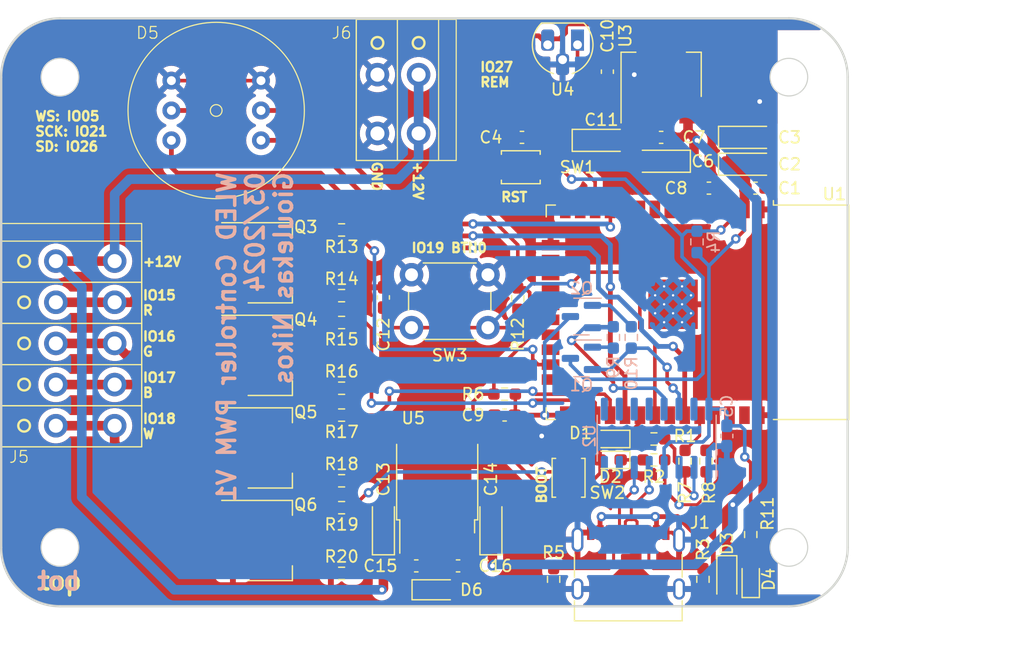
<source format=kicad_pcb>
(kicad_pcb (version 20221018) (generator pcbnew)
  (layers (0 "F.Cu" signal) (31 "B.Cu" signal) (34 "B.Paste" user) (35 "F.Paste" user) (36 "B.SilkS" user "B.Silkscreen") (37 "F.SilkS" user "F.Silkscreen") (38 "B.Mask" user) (39 "F.Mask" user) (44 "Edge.Cuts" user))
  (net 0 "")
  (net 1 "+3.3V")
  (net 2 "GND")
  (net 3 "ESP_EN")
  (net 4 "+5V")
  (net 5 "ESP_IO0")
  (net 6 "Net-(D1-K)")
  (net 7 "Net-(D2-K)")
  (net 8 "Net-(D3-A)")
  (net 9 "Net-(D4-A)")
  (net 10 "D+")
  (net 11 "D-")
  (net 12 "IO33")
  (net 13 "IO32")
  (net 14 "IO35")
  (net 15 "IO34")
  (net 16 "Net-(Q1-B)")
  (net 17 "~{RTS}")
  (net 18 "Net-(Q2-B)")
  (net 19 "~{DTR}")
  (net 20 "TX")
  (net 21 "RX")
  (net 22 "ESP_RX")
  (net 23 "ESP_TX")
  (net 24 "SENSE0")
  (net 33 "IO2_DONOTUSE")
  (net 42 "Button0")
  (net 43 "Net-(J1-CC1)")
  (net 45 "Net-(J1-CC2)")
  (net 47 "IO25")
  (net 48 "MIC_WS")
  (net 49 "IO14")
  (net 50 "IO12")
  (net 51 "IO13")
  (net 52 "IO4")
  (net 53 "MIC_SCK")
  (net 54 "MIC_SD")
  (net 55 "IO22")
  (net 56 "IO23")
  (net 57 "Net-(Q3-G)")
  (net 58 "Net-(J5-Pin_2)")
  (net 59 "Net-(Q4-G)")
  (net 60 "Net-(J5-Pin_3)")
  (net 61 "Net-(Q5-G)")
  (net 62 "Net-(J5-Pin_4)")
  (net 63 "Net-(Q6-G)")
  (net 64 "Net-(J5-Pin_5)")
  (net 65 "+12V")
  (net 66 "LED_R")
  (net 67 "LED_G")
  (net 68 "LED_B")
  (net 69 "LED_W")
  (footprint "Diode_SMD:D_SOD-323_HandSoldering" (layer "F.Cu") (at 36.957 -1.397)
    (fp_text reference "D6")
    (fp_text value "BAT60A")
  )
  (footprint "Resistor_SMD:R_0603_1608Metric_Pad0.98x0.95mm_HandSolder" (layer "F.Cu") (at 58.166 -12.3425 90)
    (fp_text reference "R7")
    (fp_text value "100R")
  )
  (footprint "Resistor_SMD:R_0603_1608Metric_Pad0.98x0.95mm_HandSolder" (layer "F.Cu") (at 55.5225 -12.446 180)
    (fp_text reference "R2")
    (fp_text value "1k")
  )
  (footprint "RF_Module:ESP32-WROOM-32" (layer "F.Cu") (at 56.239 -25 -90)
    (fp_text reference "U1")
    (fp_text value "ESP32-WROOM-32")
  )
  (footprint "GioN_Custom:WAGO_250-202_1x02_P3.50mm" (layer "F.Cu") (at 30.204 -37.912 180)
    (fp_text reference "J6")
    (fp_text value "Conn_01x02")
  )
  (footprint "Capacitor_Tantalum_SMD:CP_EIA-3216-18_Kemet-A_Pad1.58x1.35mm_HandSolder" (layer "F.Cu") (at 32.512 -6.858 90)
    (fp_text reference "C13")
    (fp_text value "10u")
  )
  (footprint "Resistor_SMD:R_0603_1608Metric_Pad0.98x0.95mm_HandSolder" (layer "F.Cu") (at 42.8195 -18.04)
    (fp_text reference "R6")
    (fp_text value "5k")
  )
  (footprint "GioN_Custom:WAGO_250-205_1x05_P3.50mm" (layer "F.Cu") (at 11.952 -13.552 -90)
    (fp_text reference "J5")
    (fp_text value "Conn_01x05")
  )
  (footprint "Resistor_SMD:R_0603_1608Metric_Pad0.98x0.95mm_HandSolder" (layer "F.Cu") (at 28.956 -26.416)
    (fp_text reference "R14")
    (fp_text value "10k")
  )
  (footprint "Capacitor_SMD:C_0603_1608Metric_Pad1.08x0.95mm_HandSolder" (layer "F.Cu") (at 32.512 -26.2625 -90)
    (fp_text reference "C12")
    (fp_text value "100n")
  )
  (footprint "Resistor_SMD:R_0603_1608Metric_Pad0.98x0.95mm_HandSolder" (layer "F.Cu") (at 55.5225 -14.224 180)
    (fp_text reference "R1")
    (fp_text value "1k")
  )
  (footprint "Package_TO_SOT_SMD:SOT-223-3_TabPin2" (layer "F.Cu") (at 56.134 -45.212 90)
    (fp_text reference "U3")
    (fp_text value "NCP1117-3.3")
  )
  (footprint "Capacitor_Tantalum_SMD:CP_EIA-3216-18_Kemet-A_Pad1.58x1.35mm_HandSolder" (layer "F.Cu") (at 41.656 -6.858 90)
    (fp_text reference "C14")
    (fp_text value "10u")
  )
  (footprint "Capacitor_Tantalum_SMD:CP_EIA-3216-18_Kemet-A_Pad1.58x1.35mm_HandSolder" (layer "F.Cu") (at 51.054 -39.624)
    (fp_text reference "C11")
    (fp_text value "10u")
  )
  (footprint "Capacitor_SMD:C_0603_1608Metric_Pad1.08x0.95mm_HandSolder" (layer "F.Cu") (at 51.562 -45.466 -90)
    (fp_text reference "C10")
    (fp_text value "100n")
  )
  (footprint "Package_TO_SOT_SMD:SOT-223" (layer "F.Cu") (at 22.86 -5.588)
    (fp_text reference "Q6")
    (fp_text value "IRFL4105PBF")
  )
  (footprint "Resistor_SMD:R_0603_1608Metric_Pad0.98x0.95mm_HandSolder" (layer "F.Cu") (at 43.942 -26.162 -90)
    (fp_text reference "R12")
    (fp_text value "10k")
  )
  (footprint "Capacitor_Tantalum_SMD:CP_EIA-3216-18_Kemet-A_Pad1.58x1.35mm_HandSolder" (layer "F.Cu") (at 63.5 -39.878)
    (fp_text reference "C3")
    (fp_text value "10u")
  )
  (footprint "Diode_SMD:D_SOD-323_HandSoldering" (layer "F.Cu") (at 61.722 -2.286 -90)
    (fp_text reference "D3")
    (fp_text value "BAT60A")
  )
  (footprint "Resistor_SMD:R_0603_1608Metric_Pad0.98x0.95mm_HandSolder" (layer "F.Cu") (at 46.99 -2.286 -90)
    (fp_text reference "R5")
    (fp_text value "5k1")
  )
  (footprint "Button_Switch_THT:SW_PUSH_6mm_H13mm" (layer "F.Cu") (at 34.902 -28.194)
    (fp_text reference "SW3")
    (fp_text value "SW_Push")
  )
  (footprint "LED_SMD:LED_0603_1608Metric_Pad1.05x0.95mm_HandSolder" (layer "F.Cu") (at 51.816 -12.446 180)
    (fp_text reference "D2")
    (fp_text value "LED")
  )
  (footprint "GioN_Custom:SW_SPST_B3U-1000P" (layer "F.Cu") (at 48.26 -10.922 90)
    (fp_text reference "SW2")
    (fp_text value "SW_BOOT")
  )
  (footprint "Capacitor_SMD:C_0603_1608Metric_Pad1.08x0.95mm_HandSolder" (layer "F.Cu") (at 44.2965 -39.878 180)
    (fp_text reference "C4")
    (fp_text value "100n")
  )
  (footprint "Capacitor_SMD:C_0603_1608Metric_Pad1.08x0.95mm_HandSolder" (layer "F.Cu") (at 38.862 -3.429 180)
    (fp_text reference "C16")
    (fp_text value "100n")
  )
  (footprint "Resistor_SMD:R_0603_1608Metric_Pad0.98x0.95mm_HandSolder" (layer "F.Cu") (at 28.956 -18.542)
    (fp_text reference "R16")
    (fp_text value "10k")
  )
  (footprint "Resistor_SMD:R_0603_1608Metric_Pad0.98x0.95mm_HandSolder" (layer "F.Cu") (at 28.956 -8.382 180)
    (fp_text reference "R19")
    (fp_text value "100R")
  )
  (footprint "Resistor_SMD:R_0603_1608Metric_Pad0.98x0.95mm_HandSolder" (layer "F.Cu") (at 59.69 -2.286 -90)
    (fp_text reference "R3")
    (fp_text value "5k1")
  )
  (footprint "LED_SMD:LED_0603_1608Metric_Pad1.05x0.95mm_HandSolder" (layer "F.Cu") (at 63.754 -2.399 90)
    (fp_text reference "D4")
    (fp_text value "LED")
  )
  (footprint "Package_TO_SOT_SMD:SOT-223" (layer "F.Cu") (at 22.86 -13.462)
    (fp_text reference "Q5")
    (fp_text value "IRFL4105PBF")
  )
  (footprint "Resistor_SMD:R_0603_1608Metric_Pad0.98x0.95mm_HandSolder" (layer "F.Cu") (at 28.956 -10.668)
    (fp_text reference "R18")
    (fp_text value "10k")
  )
  (footprint "Package_TO_SOT_SMD:TO-252-3_TabPin2" (layer "F.Cu") (at 37.085 -10.654 90)
    (fp_text reference "U5")
    (fp_text value "L7805")
  )
  (footprint "LED_SMD:LED_0603_1608Metric_Pad1.05x0.95mm_HandSolder" (layer "F.Cu") (at 51.816 -14.224 180)
    (fp_text reference "D1")
    (fp_text value "LED")
  )
  (footprint "Package_TO_SOT_THT:TO-92L_HandSolder" (layer "F.Cu") (at 49.022 -47.752 180)
    (fp_text reference "U4")
    (fp_text value "TSSP58P38")
  )
  (footprint "Capacitor_SMD:C_0603_1608Metric_Pad1.08x0.95mm_HandSolder" (layer "F.Cu") (at 42.8195 -16.262)
    (fp_text reference "C9")
    (fp_text value "100n")
  )
  (footprint "Capacitor_SMD:C_0603_1608Metric_Pad1.08x0.95mm_HandSolder" (layer "F.Cu") (at 56.134 -39.878 180)
    (fp_text reference "C7")
    (fp_text value "100n")
  )
  (footprint "GioN_Custom:USB_C" (layer "F.Cu") (at 53.34 -2.54)
    (fp_text reference "J1")
    (fp_text value "USB_C_Receptacle_USB2.0")
  )
  (footprint "Resistor_SMD:R_0603_1608Metric_Pad0.98x0.95mm_HandSolder" (layer "F.Cu") (at 28.956 -24.13 180)
    (fp_text reference "R15")
    (fp_text value "100R")
  )
  (footprint "Package_TO_SOT_SMD:SOT-223" (layer "F.Cu") (at 22.86 -29.21)
    (fp_text reference "Q3")
    (fp_text value "IRFL4105PBF")
  )
  (footprint "Capacitor_Tantalum_SMD:CP_EIA-3216-18_Kemet-A_Pad1.58x1.35mm_HandSolder" (layer "F.Cu") (at 56.134 -37.846 180)
    (fp_text reference "C6")
    (fp_text value "10u")
  )
  (footprint "Resistor_SMD:R_0603_1608Metric_Pad0.98x0.95mm_HandSolder" (layer "F.Cu") (at 59.944 -12.3425 90)
    (fp_text reference "R8")
    (fp_text value "100R")
  )
  (footprint "Capacitor_Tantalum_SMD:CP_EIA-3216-18_Kemet-A_Pad1.58x1.35mm_HandSolder" (layer "F.Cu") (at 63.5 -37.592)
    (fp_text reference "C2")
    (fp_text value "10u")
  )
  (footprint "Resistor_SMD:R_0603_1608Metric_Pad0.98x0.95mm_HandSolder" (layer "F.Cu") (at 28.956 -2.794)
    (fp_text reference "R20")
    (fp_text value "10k")
  )
  (footprint "Resistor_SMD:R_0603_1608Metric_Pad0.98x0.95mm_HandSolder" (layer "F.Cu") (at 63.754 -6.096 -90)
    (fp_text reference "R11")
    (fp_text value "220R")
  )
  (footprint "Capacitor_SMD:C_0603_1608Metric_Pad1.08x0.95mm_HandSolder" (layer "F.Cu") (at 64.1615 -35.56)
    (fp_text reference "C1")
    (fp_text value "100n")
  )
  (footprint "GioN_Custom:SW_SPST_B3U-1000P" (layer "F.Cu") (at 44.196 -37.338)
    (fp_text reference "SW1")
    (fp_text value "SW_RESET")
  )
  (footprint "Package_TO_SOT_SMD:SOT-223" (layer "F.Cu") (at 22.86 -21.336)
    (fp_text reference "Q4")
    (fp_text value "IRFL4105PBF")
  )
  (footprint "Resistor_SMD:R_0603_1608Metric_Pad0.98x0.95mm_HandSolder" (layer "F.Cu") (at 28.956 -32.004 180)
    (fp_text reference "R13")
    (fp_text value "100R")
  )
  (footprint "Capacitor_SMD:C_0603_1608Metric_Pad1.08x0.95mm_HandSolder" (layer "F.Cu") (at 60.198 -35.56)
    (fp_text reference "C8")
    (fp_text value "100n")
  )
  (footprint "GioN_Custom:INMP441_Module" (layer "F.Cu") (at 18.288 -42.164)
    (fp_text reference "D5")
    (fp_text value "INMP441")
  )
  (footprint "Resistor_SMD:R_0603_1608Metric_Pad0.98x0.95mm_HandSolder" (layer "F.Cu") (at 28.956 -16.256 180)
    (fp_text reference "R17")
    (fp_text value "100R")
  )
  (footprint "Capacitor_SMD:C_0603_1608Metric_Pad1.08x0.95mm_HandSolder" (layer "F.Cu") (at 35.306 -3.429)
    (fp_text reference "C15")
    (fp_text value "100n")
  )
  (footprint "Resistor_SMD:R_0603_1608Metric_Pad0.98x0.95mm_HandSolder" (layer "B.Cu") (at 52.07 -22.86 -90)
    (fp_text reference "R9")
    (fp_text value "10k")
  )
  (footprint "Package_SO:SOIC-16_3.9x9.9mm_P1.27mm" (layer "B.Cu") (at 55.753 -14.289 90)
    (fp_text reference "U2")
    (fp_text value "CH340C")
  )
  (footprint "Package_TO_SOT_SMD:SOT-23" (layer "B.Cu") (at 49.3545 -21.082 180)
    (fp_text reference "Q1")
    (fp_text value "BC847")
  )
  (footprint "Resistor_SMD:R_0603_1608Metric_Pad0.98x0.95mm_HandSolder" (layer "B.Cu") (at 53.594 -22.86 90)
    (fp_text reference "R10")
    (fp_text value "10k")
  )
  (footprint "Package_TO_SOT_SMD:SOT-23" (layer "B.Cu") (at 49.3545 -24.638 180)
    (fp_text reference "Q2")
    (fp_text value "BC847")
  )
  (footprint "Capacitor_SMD:C_0603_1608Metric_Pad1.08x0.95mm_HandSolder" (layer "B.Cu") (at 61.722 -14.478 -90)
    (fp_text reference "C5")
    (fp_text value "100n")
  )
  (footprint "Resistor_SMD:R_0603_1608Metric_Pad0.98x0.95mm_HandSolder" (layer "B.Cu") (at 59.182 -30.988 90)
    (fp_text reference "R4")
    (fp_text value "10k")
  )
  (gr_line (start 72 -5) (end 72 -45) (stroke (width 0.2)) (layer "Edge.Cuts"))
  (gr_circle (center 67 -5) (end 68.6 -5) (stroke (width 0.1)) (fill none) (layer "Edge.Cuts"))
  (gr_circle (center 5 -5) (end 6.6 -5) (stroke (width 0.1)) (fill none) (layer "Edge.Cuts"))
  (gr_line (start 67 -50) (end 5 -50) (stroke (width 0.2)) (layer "Edge.Cuts"))
  (gr_circle (center 67 -45) (end 68.6 -45) (stroke (width 0.1)) (fill none) (layer "Edge.Cuts"))
  (gr_arc (start 72 -5) (mid 70.535533 -1.464468) (end 67 0) (stroke (width 0.2)) (layer "Edge.Cuts"))
  (gr_arc (start 0 -45) (mid 1.464466 -48.535533) (end 5 -50) (stroke (width 0.2)) (layer "Edge.Cuts"))
  (gr_line (start 0 -45) (end 0 -5) (stroke (width 0.2)) (layer "Edge.Cuts"))
  (gr_line (start 5 0) (end 67 0) (stroke (width 0.2)) (layer "Edge.Cuts"))
  (gr_arc (start 67 -50) (mid 70.535533 -48.535533) (end 72 -45) (stroke (width 0.2)) (layer "Edge.Cuts"))
  (gr_circle (center 5 -45) (end 6.6 -45) (stroke (width 0.1)) (fill none) (layer "Edge.Cuts"))
  (gr_arc (start 5 0) (mid 1.464467 -1.464466) (end 0 -5) (stroke (width 0.2)) (layer "Edge.Cuts"))
  (gr_text "WLED Controller PWM V1\n03/2024\nGioulekas Nikos" (at 24.892 -37.084 90) (layer "B.SilkS") (effects (font (size 1.5 1.5) (thickness 0.3) bold) (justify left bottom mirror)))
  (gr_text "bot" (at 6.858 -1.27) (layer "B.SilkS") (effects (font (size 1.5 1.5) (thickness 0.3) bold) (justify left bottom mirror)))
  (gr_text "+12V" (at 35.454 -37.912 -90) (layer "F.SilkS") (effects (font (size 0.8 0.8) (thickness 0.2) bold) (justify left)))
  (gr_text "BOOT" (at 45.974 -8.636 90) (layer "F.SilkS") (effects (font (size 0.8 0.8) (thickness 0.2) bold) (justify left)))
  (gr_text "top" (at 3.048 -1.27) (layer "F.SilkS") (effects (font (size 1.5 1.5) (thickness 0.3) bold) (justify left bottom)))
  (gr_text "IO17\nB" (at 11.952 -18.802) (layer "F.SilkS") (effects (font (size 0.8 0.8) (thickness 0.2) bold) (justify left)))
  (gr_text "IO15\nR" (at 11.952 -25.802) (layer "F.SilkS") (effects (font (size 0.8 0.8) (thickness 0.2) bold) (justify left)))
  (gr_text "+12V" (at 11.952 -29.302) (layer "F.SilkS") (effects (font (size 0.8 0.8) (thickness 0.2) bold) (justify left)))
  (gr_text "RST" (at 42.418 -34.798) (layer "F.SilkS") (effects (font (size 0.8 0.8) (thickness 0.2) bold) (justify left)))
  (gr_text "IO27\nREM" (at 40.64 -45.212) (layer "F.SilkS") (effects (font (size 0.8 0.8) (thickness 0.2) bold) (justify left)))
  (gr_text "WS: IO05\nSCK: IO21\nSD: IO26 " (at 2.794 -40.386) (layer "F.SilkS") (effects (font (size 0.8 0.8) (thickness 0.2) bold) (justify left)))
  (gr_text "IO18\nW" (at 11.952 -15.302) (layer "F.SilkS") (effects (font (size 0.8 0.8) (thickness 0.2) bold) (justify left)))
  (gr_text "IO19 BTN0" (at 34.798 -30.48) (layer "F.SilkS") (effects (font (size 0.8 0.8) (thickness 0.2) bold) (justify left)))
  (gr_text "IO16\nG" (at 11.952 -22.302) (layer "F.SilkS") (effects (font (size 0.8 0.8) (thickness 0.2) bold) (justify left)))
  (gr_text "GND" (at 31.954 -37.912 -90) (layer "F.SilkS") (effects (font (size 0.8 0.8) (thickness 0.2) bold) (justify left)))
  (segment (start 61.214 -45.212) (end 56.134 -45.212) (width 0.8128) (layer "F.Cu") (net 1))
  (segment (start 39.37 -48.514) (end 45.72 -48.514) (width 0.4064) (layer "F.Cu") (net 1))
  (segment (start 63.754 -12.192) (end 63.246 -12.7) (width 0.3048) (layer "F.Cu") (net 1))
  (segment (start 50.941 -14.224) (end 50.941 -12.446) (width 0.3048) (layer "F.Cu") (net 1))
  (segment (start 50.941 -12.446) (end 50.941 -11.317) (width 0.3048) (layer "F.Cu") (net 1))
  (segment (start 43.942 -27.0745) (end 44.5535 -27.0745) (width 0.3048) (layer "F.Cu") (net 1))
  (segment (start 48.1436 -49.53) (end 51.258 -49.53) (width 0.4064) (layer "F.Cu") (net 1))
  (segment (start 30.988 -48.514) (end 39.37 -48.514) (width 0.4064) (layer "F.Cu") (net 1))
  (segment (start 24.638 -42.164) (end 30.988 -48.514) (width 0.4064) (layer "F.Cu") (net 1))
  (segment (start 44.958 -26.67) (end 44.958 -22.86) (width 0.3048) (layer "F.Cu") (net 1))
  (segment (start 44.958 -22.86) (end 41.907 -19.809) (width 0.3048) (layer "F.Cu") (net 1))
  (segment (start 46.99 -48.26) (end 47.498 -48.26) (width 0.4064) (layer "F.Cu") (net 1))
  (segment (start 51.562 -46.3285) (end 51.562 -47.498) (width 0.8128) (layer "F.Cu") (net 1))
  (segment (start 48.006 -49.3924) (end 48.1436 -49.53) (width 0.4064) (layer "F.Cu") (net 1))
  (segment (start 63.754 -7.0085) (end 63.754 -12.192) (width 0.3048) (layer "F.Cu") (net 1))
  (segment (start 56.134 -45.212) (end 56.134 -42.062) (width 0.8128) (layer "F.Cu") (net 1))
  (segment (start 22.098 -42.164) (end 24.638 -42.164) (width 0.4064) (layer "F.Cu") (net 1))
  (segment (start 63.219 -33.75) (end 63.219 -35.48) (width 0.8128) (layer "F.Cu") (net 1))
  (segment (start 48.006 -48.768) (end 48.006 -49.3924) (width 0.4064) (layer "F.Cu") (net 1))
  (segment (start 50.1385 -46.3285) (end 51.562 -46.3285) (width 0.8128) (layer "F.Cu") (net 1))
  (segment (start 63.299 -35.56) (end 63.299 -36.3555) (width 0.8128) (layer "F.Cu") (net 1))
  (segment (start 41.907 -19.809) (end 41.907 -18.04) (width 0.3048) (layer "F.Cu") (net 1))
  (segment (start 50.038 -41.341964) (end 50.038 -46.228) (width 0.8128) (layer "F.Cu") (net 1))
  (segment (start 43.942 -27.0745) (end 43.942 -30.734) (width 0.3048) (layer "F.Cu") (net 1))
  (segment (start 44.5535 -27.0745) (end 44.958 -26.67) (width 0.3048) (layer "F.Cu") (net 1))
  (segment (start 47.498 -48.26) (end 48.006 -48.768) (width 0.4064) (layer "F.Cu") (net 1))
  (segment (start 63.299 -36.3555) (end 62.0625 -37.592) (width 0.8128) (layer "F.Cu") (net 1))
  (segment (start 52.426 -48.362) (end 56.134 -48.362) (width 0.8128) (layer "F.Cu") (net 1))
  (segment (start 63.219 -35.48) (end 63.299 -35.56) (width 0.8128) (layer "F.Cu") (net 1))
  (segment (start 62.0625 -44.3635) (end 61.214 -45.212) (width 0.8128) (layer "F.Cu") (net 1))
  (segment (start 62.0625 -39.878) (end 62.0625 -44.3635) (width 0.8128) (layer "F.Cu") (net 1))
  (segment (start 50.038 -46.228) (end 50.1385 -46.3285) (width 0.8128) (layer "F.Cu") (net 1))
  (segment (start 43.942 -30.734) (end 39.37 -35.306) (width 0.3048) (layer "F.Cu") (net 1))
  (segment (start 45.339 -10.668) (end 40.132 -15.875) (width 0.3048) (layer "F.Cu") (net 1))
  (segment (start 40.132 -15.875) (end 40.132 -17.3845) (width 0.3048) (layer "F.Cu") (net 1))
  (segment (start 50.941 -11.317) (end 50.292 -10.668) (width 0.3048) (layer "F.Cu") (net 1))
  (segment (start 56.134 -48.362) (end 56.134 -45.212) (width 0.8128) (layer "F.Cu") (net 1))
  (segment (start 49.6165 -39.624) (end 49.6165 -40.920464) (width 0.8128) (layer "F.Cu") (net 1))
  (segment (start 50.292 -10.668) (end 45.339 -10.668) (width 0.3048) (layer "F.Cu") (net 1))
  (segment (start 40.7875 -18.04) (end 41.907 -18.04) (width 0.3048) (layer "F.Cu") (net 1))
  (segment (start 39.37 -35.306) (end 39.37 -48.514) (width 0.3048) (layer "F.Cu") (net 1))
  (segment (start 63.219 -31.977) (end 63.219 -33.75) (width 0.3048) (layer "F.Cu") (net 1))
  (segment (start 51.562 -47.498) (end 52.426 -48.362) (width 0.8128) (layer "F.Cu") (net 1))
  (segment (start 51.258 -49.53) (end 52.426 -48.362) (width 0.4064) (layer "F.Cu") (net 1))
  (segment (start 62.0625 -37.592) (end 62.0625 -39.878) (width 0.8128) (layer "F.Cu") (net 1))
  (segment (start 40.132 -17.3845) (end 40.7875 -18.04) (width 0.3048) (layer "F.Cu") (net 1))
  (segment (start 46.482 -47.752) (end 46.99 -48.26) (width 0.4064) (layer "F.Cu") (net 1))
  (segment (start 62.484 -31.242) (end 63.219 -31.977) (width 0.3048) (layer "F.Cu") (net 1))
  (segment (start 45.72 -48.514) (end 46.482 -47.752) (width 0.4064) (layer "F.Cu") (net 1))
  (segment (start 49.6165 -40.920464) (end 50.038 -41.341964) (width 0.8128) (layer "F.Cu") (net 1))
  (via (at 62.484 -31.242) (size 0.8) (drill 0.4) (layers "F.Cu" "B.Cu") (net 1))
  (via (at 63.246 -12.7) (size 0.8) (drill 0.4) (layers "F.Cu" "B.Cu") (net 1))
  (segment (start 61.722 -15.3405) (end 61.722 -16.51) (width 0.3048) (layer "B.Cu") (net 1))
  (segment (start 62.8915 -15.3405) (end 61.722 -15.3405) (width 0.3048) (layer "B.Cu") (net 1))
  (segment (start 60.198 -16.764) (end 60.198 -28.956) (width 0.3048) (layer "B.Cu") (net 1))
  (segment (start 56.388 -13.462) (end 56.896 -13.97) (width 0.3048) (layer "B.Cu") (net 1))
  (segment (start 59.182 -29.972) (end 60.198 -28.956) (width 0.3048) (layer "B.Cu") (net 1))
  (segment (start 61.468 -16.764) (end 60.198 -16.764) (width 0.3048) (layer "B.Cu") (net 1))
  (segment (start 59.182 -30.0755) (end 59.182 -29.972) (width 0.3048) (layer "B.Cu") (net 1))
  (segment (start 63.246 -12.7) (end 63.246 -14.986) (width 0.3048) (layer "B.Cu") (net 1))
  (segment (start 63.246 -14.986) (end 62.8915 -15.3405) (width 0.3048) (layer "B.Cu") (net 1))
  (segment (start 60.198 -14.478) (end 60.198 -16.764) (width 0.3048) (layer "B.Cu") (net 1))
  (segment (start 61.722 -16.51) (end 61.468 -16.764) (width 0.3048) (layer "B.Cu") (net 1))
  (segment (start 59.69 -13.97) (end 60.198 -14.478) (width 0.3048) (layer "B.Cu") (net 1))
  (segment (start 60.198 -28.956) (end 62.484 -31.242) (width 0.3048) (layer "B.Cu") (net 1))
  (segment (start 56.388 -11.814) (end 56.388 -13.462) (width 0.3048) (layer "B.Cu") (net 1))
  (segment (start 56.896 -13.97) (end 59.69 -13.97) (width 0.3048) (layer "B.Cu") (net 1))
  (segment (start 45.466 -14.986) (end 45.974 -14.478) (width 0.3048) (layer "F.Cu") (net 2))
  (segment (start 64.9375 -39.878) (end 64.9375 -42.5045) (width 0.3048) (layer "F.Cu") (net 2))
  (segment (start 37.085 -3.557) (end 37.085 -5.614) (width 0.4064) (layer "F.Cu") (net 2))
  (segment (start 14.478 -44.704) (end 22.098 -44.704) (width 0.3048) (layer "F.Cu") (net 2))
  (segment (start 42.164 -14.986) (end 44.958 -14.986) (width 0.3048) (layer "F.Cu") (net 2))
  (segment (start 57.06 -6.265) (end 57.66 -5.665) (width 0.3048) (layer "F.Cu") (net 2))
  (segment (start 56.54 -6.265) (end 57.06 -6.265) (width 0.3048) (layer "F.Cu") (net 2))
  (segment (start 44.958 -14.986) (end 45.466 -14.986) (width 0.3048) (layer "F.Cu") (net 2))
  (segment (start 51.562 -44.6035) (end 53.2395 -44.6035) (width 0.3048) (layer "F.Cu") (net 2))
  (segment (start 53.2395 -44.6035) (end 53.848 -45.212) (width 0.3048) (layer "F.Cu") (net 2))
  (segment (start 36.957 -3.429) (end 37.9995 -3.429) (width 0.4064) (layer "F.Cu") (net 2))
  (segment (start 36.1685 -3.429) (end 36.957 -3.429) (width 0.4064) (layer "F.Cu") (net 2))
  (segment (start 41.957 -16.262) (end 41.957 -15.193) (width 0.3048) (layer "F.Cu") (net 2))
  (segment (start 36.957 -3.429) (end 37.085 -3.557) (width 0.4064) (layer "F.Cu") (net 2))
  (segment (start 41.957 -15.193) (end 42.164 -14.986) (width 0.3048) (layer "F.Cu") (net 2))
  (segment (start 64.9375 -42.5045) (end 64.516 -42.926) (width 0.3048) (layer "F.Cu") (net 2))
  (via (at 64.516 -42.926) (size 0.8) (drill 0.4) (layers "F.Cu" "B.Cu") (net 2))
  (via (at 53.848 -45.212) (size 0.8) (drill 0.4) (layers "F.Cu" "B.Cu") (net 2))
  (via (at 45.974 -14.478) (size 0.8) (drill 0.4) (layers "F.Cu" "B.Cu") (net 2))
  (segment (start 46.4085 -37.338) (end 47.498 -37.338) (width 0.3048) (layer "F.Cu") (net 3))
  (segment (start 61.949 -34.6715) (end 61.949 -33.75) (width 0.3048) (layer "F.Cu") (net 3))
  (segment (start 45.159 -39.878) (end 45.159 -38.5875) (width 0.3048) (layer "F.Cu") (net 3))
  (segment (start 61.0605 -35.56) (end 61.949 -34.6715) (width 0.3048) (layer "F.Cu") (net 3))
  (segment (start 45.159 -38.5875) (end 46.4085 -37.338) (width 0.3048) (layer "F.Cu") (net 3))
  (segment (start 61.214 -32.004) (end 61.949 -32.739) (width 0.3048) (layer "F.Cu") (net 3))
  (segment (start 61.949 -32.739) (end 61.949 -33.75) (width 0.3048) (layer "F.Cu") (net 3))
  (segment (start 47.498 -37.338) (end 48.514 -36.322) (width 0.3048) (layer "F.Cu") (net 3))
  (via (at 61.214 -32.004) (size 0.8) (drill 0.4) (layers "F.Cu" "B.Cu") (net 3))
  (via (at 48.514 -36.322) (size 0.8) (drill 0.4) (layers "F.Cu" "B.Cu") (net 3))
  (segment (start 59.69 -19.812) (end 59.69 -27.94) (width 0.3048) (layer "B.Cu") (net 3))
  (segment (start 48.417 -20.554842) (end 49.667842 -19.304) (width 0.3048) (layer "B.Cu") (net 3))
  (segment (start 48.417 -21.082) (end 48.417 -20.554842) (width 0.3048) (layer "B.Cu") (net 3))
  (segment (start 48.514 -36.322) (end 53.086 -36.322) (width 0.3048) (layer "B.Cu") (net 3))
  (segment (start 61.1105 -31.9005) (end 61.214 -32.004) (width 0.3048) (layer "B.Cu") (net 3))
  (segment (start 59.182 -31.9005) (end 61.1105 -31.9005) (width 0.3048) (layer "B.Cu") (net 3))
  (segment (start 57.912 -31.496) (end 58.3165 -31.9005) (width 0.3048) (layer "B.Cu") (net 3))
  (segment (start 49.667842 -19.304) (end 59.182 -19.304) (width 0.3048) (layer "B.Cu") (net 3))
  (segment (start 58.3165 -31.9005) (end 59.182 -31.9005) (width 0.3048) (layer "B.Cu") (net 3))
  (segment (start 59.69 -27.94) (end 57.912 -29.718) (width 0.3048) (layer "B.Cu") (net 3))
  (segment (start 59.182 -19.304) (end 59.69 -19.812) (width 0.3048) (layer "B.Cu") (net 3))
  (segment (start 53.086 -36.322) (end 57.912 -31.496) (width 0.3048) (layer "B.Cu") (net 3))
  (segment (start 57.912 -29.718) (end 57.912 -31.496) (width 0.3048) (layer "B.Cu") (net 3))
  (segment (start 58.42 -42.048) (end 58.434 -42.062) (width 0.8128) (layer "F.Cu") (net 4))
  (segment (start 58.42 -40.386) (end 58.42 -42.048) (width 0.8128) (layer "F.Cu") (net 4))
  (segment (start 56.9965 -39.878) (end 57.912 -39.878) (width 0.8128) (layer "F.Cu") (net 4))
  (segment (start 61.722 -3.536) (end 61.722 -8.128) (width 0.8128) (layer "F.Cu") (net 4))
  (segment (start 38.207 -1.397) (end 38.207 -1.9115) (width 0.3048) (layer "F.Cu") (net 4))
  (segment (start 57.5715 -37.846) (end 58.674 -37.846) (width 0.8128) (layer "F.Cu") (net 4))
  (segment (start 39.5585 -5.4205) (end 39.365 -5.614) (width 0.8128) (layer "F.Cu") (net 4))
  (segment (start 58.928 -39.37) (end 59.182 -39.624) (width 0.8128) (layer "F.Cu") (net 4))
  (segment (start 59.182 -39.624) (end 58.42 -40.386) (width 0.8128) (layer "F.Cu") (net 4))
  (segment (start 57.912 -39.878) (end 58.42 -40.386) (width 0.8128) (layer "F.Cu") (net 4))
  (segment (start 38.207 -1.9115) (end 39.7245 -3.429) (width 0.3048) (layer "F.Cu") (net 4))
  (segment (start 41.783 -3.429) (end 41.783 -5.2935) (width 0.8128) (layer "F.Cu") (net 4))
  (segment (start 58.928 -38.1) (end 58.928 -39.37) (width 0.8128) (layer "F.Cu") (net 4))
  (segment (start 39.7245 -5.2545) (end 39.365 -5.614) (width 0.3048) (layer "F.Cu") (net 4))
  (segment (start 41.783 -5.2935) (end 41.656 -5.4205) (width 0.8128) (layer "F.Cu") (net 4))
  (segment (start 39.7245 -3.429) (end 39.7245 -5.2545) (width 0.3048) (layer "F.Cu") (net 4))
  (segment (start 41.656 -5.4205) (end 39.5585 -5.4205) (width 0.8128) (layer "F.Cu") (net 4))
  (segment (start 61.722 -8.128) (end 62.23 -8.636) (width 0.8128) (layer "F.Cu") (net 4))
  (segment (start 58.674 -37.846) (end 58.928 -38.1) (width 0.8128) (layer "F.Cu") (net 4))
  (via (at 41.783 -3.429) (size 0.8) (drill 0.4) (layers "F.Cu" "B.Cu") (net 4))
  (via (at 62.23 -8.636) (size 0.8) (drill 0.4) (layers "F.Cu" "B.Cu") (net 4))
  (via (at 59.182 -39.624) (size 0.8) (drill 0.4) (layers "F.Cu" "B.Cu") (net 4))
  (segment (start 62.23 -8.636) (end 62.23 -6.731) (width 0.8128) (layer "B.Cu") (net 4))
  (segment (start 64.262 -10.668) (end 64.262 -34.544) (width 0.8128) (layer "B.Cu") (net 4))
  (segment (start 41.91 -3.556) (end 41.783 -3.429) (width 0.8128) (layer "B.Cu") (net 4))
  (segment (start 62.23 -8.636) (end 64.262 -10.668) (width 0.8128) (layer "B.Cu") (net 4))
  (segment (start 59.055 -3.556) (end 41.91 -3.556) (width 0.8128) (layer "B.Cu") (net 4))
  (segment (start 64.262 -34.544) (end 59.182 -39.624) (width 0.8128) (layer "B.Cu") (net 4))
  (segment (start 62.23 -6.731) (end 59.055 -3.556) (width 0.8128) (layer "B.Cu") (net 4))
  (segment (start 43.732 -18.04) (end 43.732 -16.312) (width 0.3048) (layer "F.Cu") (net 5))
  (segment (start 48.26 -13.6425) (end 48.26 -14.478) (width 0.4064) (layer "F.Cu") (net 5))
  (segment (start 46.228 -16.25) (end 43.694 -16.25) (width 0.4064) (layer "F.Cu") (net 5))
  (segment (start 48.26 -14.478) (end 47.979 -14.759) (width 0.4064) (layer "F.Cu") (net 5))
  (segment (start 47.979 -14.759) (end 47.979 -16.25) (width 0.4064) (layer "F.Cu") (net 5))
  (segment (start 47.979 -16.25) (end 46.228 -16.25) (width 0.4064) (layer "F.Cu") (net 5))
  (segment (start 43.694 -16.25) (end 43.682 -16.262) (width 0.4064) (layer "F.Cu") (net 5))
  (segment (start 43.688 -16.256) (end 43.682 -16.262) (width 0.4064) (layer "F.Cu") (net 5))
  (segment (start 43.732 -16.312) (end 43.682 -16.262) (width 0.3048) (layer "F.Cu") (net 5))
  (via (at 46.228 -16.25) (size 0.8) (drill 0.4) (layers "F.Cu" "B.Cu") (net 5))
  (segment (start 46.228 -22.449) (end 46.228 -16.25) (width 0.3048) (layer "B.Cu") (net 5))
  (segment (start 48.417 -24.638) (end 46.228 -22.449) (width 0.3048) (layer "B.Cu") (net 5))
  (segment (start 52.691 -14.224) (end 54.61 -14.224) (width 0.3048) (layer "F.Cu") (net 6))
  (segment (start 52.691 -12.446) (end 54.61 -12.446) (width 0.3048) (layer "F.Cu") (net 7))
  (segment (start 50.94 -7.506) (end 51.054 -7.62) (width 0.4064) (layer "F.Cu") (net 8))
  (segment (start 55.626 -7.62) (end 55.74 -7.506) (width 0.4064) (layer "F.Cu") (net 8))
  (segment (start 61.722 -1.6402) (end 61.722 -1.036) (width 0.4064) (layer "F.Cu") (net 8))
  (segment (start 60.5682 -4.584118) (end 60.5682 -2.794) (width 0.4064) (layer "F.Cu") (net 8))
  (segment (start 57.532318 -7.62) (end 60.5682 -4.584118) (width 0.4064) (layer "F.Cu") (net 8))
  (segment (start 55.74 -7.506) (end 55.74 -6.265) (width 0.4064) (layer "F.Cu") (net 8))
  (segment (start 50.94 -6.265) (end 50.94 -7.506) (width 0.4064) (layer "F.Cu") (net 8))
  (segment (start 55.626 -7.62) (end 57.532318 -7.62) (width 0.4064) (layer "F.Cu") (net 8))
  (segment (start 60.5682 -2.794) (end 61.722 -1.6402) (width 0.4064) (layer "F.Cu") (net 8))
  (via (at 51.054 -7.62) (size 0.8) (drill 0.4) (layers "F.Cu" "B.Cu") (net 8))
  (via (at 55.626 -7.62) (size 0.8) (drill 0.4) (layers "F.Cu" "B.Cu") (net 8))
  (segment (start 51.054 -7.62) (end 55.626 -7.62) (width 0.4064) (layer "B.Cu") (net 8))
  (segment (start 63.754 -3.274) (end 63.754 -5.1835) (width 0.3048) (layer "F.Cu") (net 9))
  (segment (start 53.913 -7.366) (end 54.09 -7.189) (width 0.254) (layer "F.Cu") (net 10))
  (segment (start 54.09 -7.189) (end 54.09 -6.265) (width 0.254) (layer "F.Cu") (net 10))
  (segment (start 53.09 -7.189) (end 53.267 -7.366) (width 0.254) (layer "F.Cu") (net 10))
  (segment (start 53.594 -7.366) (end 53.913 -7.366) (width 0.254) (layer "F.Cu") (net 10))
  (segment (start 53.267 -7.366) (end 53.594 -7.366) (width 0.254) (layer "F.Cu") (net 10))
  (segment (start 53.594 -8.382) (end 55.118 -9.906) (width 0.254) (layer "F.Cu") (net 10))
  (segment (start 53.594 -7.366) (end 53.594 -8.382) (width 0.254) (layer "F.Cu") (net 10))
  (segment (start 53.09 -6.265) (end 53.09 -7.189) (width 0.254) (layer "F.Cu") (net 10))
  (via (at 55.118 -9.906) (size 0.8) (drill 0.4) (layers "F.Cu" "B.Cu") (net 10))
  (segment (start 55.118 -9.906) (end 55.118 -11.814) (width 0.254) (layer "B.Cu") (net 10))
  (segment (start 53.34 -5.08) (end 53.59 -5.33) (width 0.254) (layer "F.Cu") (net 11))
  (segment (start 52.59 -6.265) (end 52.59 -5.341) (width 0.254) (layer "F.Cu") (net 11))
  (segment (start 52.832 -5.099) (end 52.832 -5.08) (width 0.254) (layer "F.Cu") (net 11))
  (segment (start 52.59 -5.341) (end 52.832 -5.099) (width 0.254) (layer "F.Cu") (net 11))
  (segment (start 53.59 -5.33) (end 53.59 -6.265) (width 0.254) (layer "F.Cu") (net 11))
  (segment (start 52.59 -6.265) (end 52.59 -8.648) (width 0.254) (layer "F.Cu") (net 11))
  (segment (start 52.832 -5.08) (end 53.34 -5.08) (width 0.254) (layer "F.Cu") (net 11))
  (segment (start 52.59 -8.648) (end 53.848 -9.906) (width 0.254) (layer "F.Cu") (net 11))
  (via (at 53.848 -9.906) (size 0.8) (drill 0.4) (layers "F.Cu" "B.Cu") (net 11))
  (segment (start 53.848 -9.906) (end 53.848 -11.814) (width 0.254) (layer "B.Cu") (net 11))
  (segment (start 51.9855 -22.032) (end 52.07 -21.9475) (width 0.3048) (layer "B.Cu") (net 16))
  (segment (start 50.292 -22.032) (end 51.9855 -22.032) (width 0.3048) (layer "B.Cu") (net 16))
  (segment (start 56.642 -20.32) (end 56.642 -19.0596) (width 0.3048) (layer "F.Cu") (net 17))
  (segment (start 56.642 -19.0596) (end 57.15 -18.5516) (width 0.3048) (layer "F.Cu") (net 17))
  (via (at 57.15 -18.5516) (size 0.8) (drill 0.4) (layers "F.Cu" "B.Cu") (net 17))
  (via (at 56.642 -20.32) (size 0.8) (drill 0.4) (layers "F.Cu" "B.Cu") (net 17))
  (segment (start 53.594 -21.9475) (end 51.7785 -20.132) (width 0.3048) (layer "B.Cu") (net 17))
  (segment (start 57.658 -18.0436) (end 57.15 -18.5516) (width 0.3048) (layer "B.Cu") (net 17))
  (segment (start 55.0145 -21.9475) (end 56.642 -20.32) (width 0.3048) (layer "B.Cu") (net 17))
  (segment (start 51.7785 -20.132) (end 50.292 -20.132) (width 0.3048) (layer "B.Cu") (net 17))
  (segment (start 53.594 -21.9475) (end 55.0145 -21.9475) (width 0.3048) (layer "B.Cu") (net 17))
  (segment (start 57.658 -16.764) (end 57.658 -18.0436) (width 0.3048) (layer "B.Cu") (net 17))
  (segment (start 51.7785 -25.588) (end 50.292 -25.588) (width 0.3048) (layer "B.Cu") (net 18))
  (segment (start 53.594 -23.7725) (end 51.7785 -25.588) (width 0.3048) (layer "B.Cu") (net 18))
  (segment (start 52.07 -19.05) (end 52.07 -18.542) (width 0.3048) (layer "F.Cu") (net 19))
  (segment (start 48.514 -22.606) (end 52.07 -19.05) (width 0.3048) (layer "F.Cu") (net 19))
  (via (at 48.514 -22.606) (size 0.8) (drill 0.4) (layers "F.Cu" "B.Cu") (net 19))
  (via (at 52.07 -18.542) (size 0.8) (drill 0.4) (layers "F.Cu" "B.Cu") (net 19))
  (segment (start 51.9855 -23.688) (end 52.07 -23.7725) (width 0.3048) (layer "B.Cu") (net 19))
  (segment (start 56.388 -17.738999) (end 56.388 -16.764) (width 0.3048) (layer "B.Cu") (net 19))
  (segment (start 49.6805 -23.7725) (end 48.514 -22.606) (width 0.3048) (layer "B.Cu") (net 19))
  (segment (start 52.07 -18.542) (end 55.584999 -18.542) (width 0.3048) (layer "B.Cu") (net 19))
  (segment (start 52.07 -23.7725) (end 49.6805 -23.7725) (width 0.3048) (layer "B.Cu") (net 19))
  (segment (start 55.584999 -18.542) (end 56.388 -17.738999) (width 0.3048) (layer "B.Cu") (net 19))
  (segment (start 50.292 -23.688) (end 51.9855 -23.688) (width 0.3048) (layer "B.Cu") (net 19))
  (segment (start 58.166 -10.16) (end 58.928 -9.398) (width 0.254) (layer "F.Cu") (net 20))
  (segment (start 57.2749 -12.3211) (end 58.166 -11.43) (width 0.3048) (layer "F.Cu") (net 20))
  (segment (start 58.166 -11.43) (end 58.166 -10.16) (width 0.254) (layer "F.Cu") (net 20))
  (segment (start 56.435 -14.224) (end 57.2749 -13.3841) (width 0.3048) (layer "F.Cu") (net 20))
  (segment (start 57.2749 -13.3841) (end 57.2749 -12.3211) (width 0.3048) (layer "F.Cu") (net 20))
  (via (at 58.928 -9.398) (size 0.8) (drill 0.4) (layers "F.Cu" "B.Cu") (net 20))
  (segment (start 58.928 -9.398) (end 58.928 -11.814) (width 0.254) (layer "B.Cu") (net 20))
  (segment (start 59.944 -9.385866) (end 59.194134 -8.636) (width 0.254) (layer "F.Cu") (net 21))
  (segment (start 56.435 -9.859) (end 57.658 -8.636) (width 0.3048) (layer "F.Cu") (net 21))
  (segment (start 56.435 -12.446) (end 56.435 -9.859) (width 0.3048) (layer "F.Cu") (net 21))
  (segment (start 59.944 -11.43) (end 59.944 -9.385866) (width 0.254) (layer "F.Cu") (net 21))
  (segment (start 59.194134 -8.636) (end 57.658 -8.636) (width 0.254) (layer "F.Cu") (net 21))
  (via (at 57.658 -8.636) (size 0.8) (drill 0.4) (layers "F.Cu" "B.Cu") (net 21))
  (segment (start 57.658 -8.636) (end 57.658 -11.814) (width 0.254) (layer "B.Cu") (net 21))
  (segment (start 59.409 -16.25) (end 59.409 -14.498) (width 0.254) (layer "F.Cu") (net 22))
  (segment (start 59.409 -14.498) (end 58.166 -13.255) (width 0.254) (layer "F.Cu") (net 22))
  (segment (start 60.679 -13.99) (end 59.944 -13.255) (width 0.254) (layer "F.Cu") (net 23))
  (segment (start 60.679 -16.25) (end 60.679 -13.99) (width 0.254) (layer "F.Cu") (net 23))
  (segment (start 50.519 -36.095) (end 47.498 -39.116) (width 0.3048) (layer "F.Cu") (net 24))
  (segment (start 47.498 -41.656) (end 49.022 -43.18) (width 0.3048) (layer "F.Cu") (net 24))
  (segment (start 49.022 -43.18) (end 49.022 -47.752) (width 0.3048) (layer "F.Cu") (net 24))
  (segment (start 50.519 -33.75) (end 50.519 -36.095) (width 0.3048) (layer "F.Cu") (net 24))
  (segment (start 47.498 -39.116) (end 47.498 -41.656) (width 0.3048) (layer "F.Cu") (net 24))
  (segment (start 32.948 -23.694) (end 32.512 -24.13) (width 0.3048) (layer "F.Cu") (net 42))
  (segment (start 41.402 -23.694) (end 34.902 -23.694) (width 0.3048) (layer "F.Cu") (net 42))
  (segment (start 34.902 -23.694) (end 32.948 -23.694) (width 0.3048) (layer "F.Cu") (net 42))
  (segment (start 32.512 -24.13) (end 32.512 -25.4) (width 0.3048) (layer "F.Cu") (net 42))
  (segment (start 55.599 -16.25) (end 55.599 -22.379) (width 0.3048) (layer "F.Cu") (net 42))
  (segment (start 53.881627 -28.414372) (end 49.496372 -28.414372) (width 0.3048) (layer "F.Cu") (net 42))
  (segment (start 43.942 -24.13) (end 43.942 -25.2495) (width 0.3048) (layer "F.Cu") (net 42))
  (segment (start 55.599 -22.379) (end 54.322372 -23.655628) (width 0.3048) (layer "F.Cu") (net 42))
  (segment (start 43.506 -23.694) (end 43.942 -24.13) (width 0.3048) (layer "F.Cu") (net 42))
  (segment (start 54.322372 -23.655628) (end 54.322372 -27.973628) (width 0.3048) (layer "F.Cu") (net 42))
  (segment (start 49.496372 -28.414372) (end 48.514 -27.432) (width 0.3048) (layer "F.Cu") (net 42))
  (segment (start 41.402 -23.694) (end 43.506 -23.694) (width 0.3048) (layer "F.Cu") (net 42))
  (segment (start 54.322372 -27.973628) (end 53.881627 -28.414372) (width 0.3048) (layer "F.Cu") (net 42))
  (via (at 48.514 -27.432) (size 0.8) (drill 0.4) (layers "F.Cu" "B.Cu") (net 42))
  (segment (start 45.14 -27.432) (end 41.402 -23.694) (width 0.3048) (layer "B.Cu") (net 42))
  (segment (start 48.514 -27.432) (end 45.14 -27.432) (width 0.3048) (layer "B.Cu") (net 42))
  (segment (start 51.7125 -3.1985) (end 52.09 -3.576) (width 0.254) (layer "F.Cu") (net 43))
  (segment (start 52.09 -3.576) (end 52.09 -6.265) (width 0.254) (layer "F.Cu") (net 43))
  (segment (start 46.99 -3.1985) (end 51.7125 -3.1985) (width 0.254) (layer "F.Cu") (net 43))
  (segment (start 59.69 -3.1985) (end 55.4755 -3.1985) (width 0.254) (layer "F.Cu") (net 45))
  (segment (start 55.09 -3.584) (end 55.09 -6.265) (width 0.254) (layer "F.Cu") (net 45))
  (segment (start 55.4755 -3.1985) (end 55.09 -3.584) (width 0.254) (layer "F.Cu") (net 45))
  (segment (start 51.816 -20.828) (end 53.059 -19.585) (width 0.4064) (layer "F.Cu") (net 48))
  (segment (start 20.574 -38.1) (end 27.686 -38.1) (width 0.4064) (layer "F.Cu") (net 48))
  (segment (start 16.51 -42.164) (end 20.574 -38.1) (width 0.4064) (layer "F.Cu") (net 48))
  (segment (start 51.816 -27.178) (end 51.816 -20.828) (width 0.4064) (layer "F.Cu") (net 48))
  (segment (start 53.059 -19.585) (end 53.059 -16.25) (width 0.4064) (layer "F.Cu") (net 48))
  (segment (start 27.686 -38.1) (end 34.29 -31.496) (width 0.4064) (layer "F.Cu") (net 48))
  (segment (start 14.478 -42.164) (end 16.51 -42.164) (width 0.4064) (layer "F.Cu") (net 48))
  (segment (start 34.29 -31.496) (end 40.132 -31.496) (width 0.4064) (layer "F.Cu") (net 48))
  (via (at 40.132 -31.496) (size 0.8) (drill 0.4) (layers "F.Cu" "B.Cu") (net 48))
  (via (at 51.816 -27.178) (size 0.8) (drill 0.4) (layers "F.Cu" "B.Cu") (net 48))
  (segment (start 40.132 -31.496) (end 51.054 -31.496) (width 0.4064) (layer "B.Cu") (net 48))
  (segment (start 51.054 -31.496) (end 51.816 -30.734) (width 0.4064) (layer "B.Cu") (net 48))
  (segment (start 51.816 -30.734) (end 51.816 -27.178) (width 0.4064) (layer "B.Cu") (net 48))
  (segment (start 58.139 -21.109) (end 57.15 -22.098) (width 0.4064) (layer "F.Cu") (net 53))
  (segment (start 27.178 -36.83) (end 14.986 -36.83) (width 0.4064) (layer "F.Cu") (net 53))
  (segment (start 58.139 -16.25) (end 58.139 -21.109) (width 0.4064) (layer "F.Cu") (net 53))
  (segment (start 40.132 -30.48) (end 33.528 -30.48) (width 0.4064) (layer "F.Cu") (net 53))
  (segment (start 14.986 -36.83) (end 14.478 -37.338) (width 0.4064) (layer "F.Cu") (net 53))
  (segment (start 14.478 -37.338) (end 14.478 -39.624) (width 0.4064) (layer "F.Cu") (net 53))
  (segment (start 33.528 -30.48) (end 27.178 -36.83) (width 0.4064) (layer "F.Cu") (net 53))
  (via (at 40.132 -30.48) (size 0.8) (drill 0.4) (layers "F.Cu" "B.Cu") (net 53))
  (via (at 57.15 -22.098) (size 0.8) (drill 0.4) (layers "F.Cu" "B.Cu") (net 53))
  (segment (start 50.8 -29.718) (end 50.038 -30.48) (width 0.4064) (layer "B.Cu") (net 53))
  (segment (start 52.475468 -26.2912) (end 51.566903 -26.2912) (width 0.4064) (layer "B.Cu") (net 53))
  (segment (start 50.038 -30.48) (end 40.132 -30.48) (width 0.4064) (layer "B.Cu") (net 53))
  (segment (start 50.8 -27.058103) (end 50.8 -27.178) (width 0.4064) (layer "B.Cu") (net 53))
  (segment (start 54.864 -23.114) (end 54.4722 -23.5058) (width 0.4064) (layer "B.Cu") (net 53))
  (segment (start 54.4722 -24.294468) (end 52.475468 -26.2912) (width 0.4064) (layer "B.Cu") (net 53))
  (segment (start 55.88 -22.098) (end 54.864 -23.114) (width 0.4064) (layer "B.Cu") (net 53))
  (segment (start 51.566903 -26.2912) (end 50.8 -27.058103) (width 0.4064) (layer "B.Cu") (net 53))
  (segment (start 54.4722 -23.622) (end 54.4722 -24.294468) (width 0.4064) (layer "B.Cu") (net 53))
  (segment (start 50.8 -27.178) (end 50.8 -29.718) (width 0.4064) (layer "B.Cu") (net 53))
  (segment (start 57.15 -22.098) (end 55.88 -22.098) (width 0.4064) (layer "B.Cu") (net 53))
  (segment (start 54.4722 -23.5058) (end 54.4722 -23.622) (width 0.4064) (layer "B.Cu") (net 53))
  (segment (start 27.94 -39.624) (end 30.48 -37.084) (width 0.4064) (layer "F.Cu") (net 54))
  (segment (start 30.48 -37.084) (end 35.052 -32.512) (width 0.4064) (layer "F.Cu") (net 54))
  (segment (start 51.816 -32.258) (end 51.816 -33.723) (width 0.3048) (layer "F.Cu") (net 54))
  (segment (start 22.098 -39.624) (end 27.94 -39.624) (width 0.4064) (layer "F.Cu") (net 54))
  (segment (start 35.052 -32.512) (end 40.132 -32.512) (width 0.4064) (layer "F.Cu") (net 54))
  (segment (start 51.816 -33.723) (end 51.789 -33.75) (width 0.3048) (layer "F.Cu") (net 54))
  (via (at 40.132 -32.512) (size 0.8) (drill 0.4) (layers "F.Cu" "B.Cu") (net 54))
  (via (at 51.816 -32.258) (size 0.8) (drill 0.4) (layers "F.Cu" "B.Cu") (net 54))
  (segment (start 40.132 -32.512) (end 51.562 -32.512) (width 0.4064) (layer "B.Cu") (net 54))
  (segment (start 51.562 -32.512) (end 51.816 -32.258) (width 0.4064) (layer "B.Cu") (net 54))
  (segment (start 29.8685 -26.416) (end 29.8685 -30.179) (width 0.3048) (layer "F.Cu") (net 57))
  (segment (start 27.5495 -31.51) (end 28.0435 -32.004) (width 0.3048) (layer "F.Cu") (net 57))
  (segment (start 29.8685 -30.179) (end 28.0435 -32.004) (width 0.3048) (layer "F.Cu") (net 57))
  (segment (start 19.71 -31.51) (end 27.5495 -31.51) (width 0.3048) (layer "F.Cu") (net 57))
  (segment (start 11.12 -25.852) (end 9.652 -25.852) (width 0.8128) (layer "F.Cu") (net 58))
  (segment (start 14.478 -29.21) (end 11.12 -25.852) (width 0.8128) (layer "F.Cu") (net 58))
  (segment (start 19.71 -29.21) (end 14.478 -29.21) (width 0.8128) (layer "F.Cu") (net 58))
  (segment (start 9.652 -25.852) (end 4.652 -25.852) (width 0.8128) (layer "F.Cu") (net 58))
  (segment (start 27.5495 -23.636) (end 28.0435 -24.13) (width 0.3048) (layer "F.Cu") (net 59))
  (segment (start 19.71 -23.636) (end 27.5495 -23.636) (width 0.3048) (layer "F.Cu") (net 59))
  (segment (start 29.8685 -18.542) (end 29.8685 -22.305) (width 0.3048) (layer "F.Cu") (net 59))
  (segment (start 29.8685 -22.305) (end 28.0435 -24.13) (width 0.3048) (layer "F.Cu") (net 59))
  (segment (start 9.652 -22.352) (end 10.668 -21.336) (width 0.8128) (layer "F.Cu") (net 60))
  (segment (start 4.652 -22.352) (end 9.652 -22.352) (width 0.8128) (layer "F.Cu") (net 60))
  (segment (start 10.668 -21.336) (end 19.71 -21.336) (width 0.8128) (layer "F.Cu") (net 60))
  (segment (start 29.8685 -14.431) (end 28.0435 -16.256) (width 0.3048) (layer "F.Cu") (net 61))
  (segment (start 27.5495 -15.762) (end 28.0435 -16.256) (width 0.3048) (layer "F.Cu") (net 61))
  (segment (start 29.8685 -10.668) (end 29.8685 -14.431) (width 0.3048) (layer "F.Cu") (net 61))
  (segment (start 19.71 -15.762) (end 27.5495 -15.762) (width 0.3048) (layer "F.Cu") (net 61))
  (segment (start 12.7 -17.78) (end 11.628 -18.852) (width 0.8128) (layer "F.Cu") (net 62))
  (segment (start 9.652 -18.852) (end 4.652 -18.852) (width 0.8128) (layer "F.Cu") (net 62))
  (segment (start 13.97 -13.462) (end 12.7 -14.732) (width 0.8128) (layer "F.Cu") (net 62))
  (segment (start 12.7 -14.732) (end 12.7 -17.78) (width 0.8128) (layer "F.Cu") (net 62))
  (segment (start 11.628 -18.852) (end 9.652 -18.852) (width 0.8128) (layer "F.Cu") (net 62))
  (segment (start 19.71 -13.462) (end 13.97 -13.462) (width 0.8128) (layer "F.Cu") (net 62))
  (segment (start 27.5495 -7.888) (end 28.0435 -8.382) (width 0.3048) (layer "F.Cu") (net 63))
  (segment (start 19.71 -7.888) (end 27.5495 -7.888) (width 0.3048) (layer "F.Cu") (net 63))
  (segment (start 29.8685 -2.794) (end 29.8685 -6.557) (width 0.3048) (layer "F.Cu") (net 63))
  (segment (start 29.8685 -6.557) (end 28.0435 -8.382) (width 0.3048) (layer "F.Cu") (net 63))
  (segment (start 9.652 -13.8332) (end 9.652 -15.352) (width 0.8128) (layer "F.Cu") (net 64))
  (segment (start 9.652 -15.352) (end 4.652 -15.352) (width 0.8128) (layer "F.Cu") (net 64))
  (segment (start 19.71 -5.588) (end 17.8972 -5.588) (width 0.8128) (layer "F.Cu") (net 64))
  (segment (start 17.8972 -5.588) (end 9.652 -13.8332) (width 0.8128) (layer "F.Cu") (net 64))
  (segment (start 34.4435 -3.429) (end 34.4435 -5.2525) (width 0.3048) (layer "F.Cu") (net 65))
  (segment (start 9.652 -29.352) (end 4.652 -29.352) (width 0.8128) (layer "F.Cu") (net 65))
  (segment (start 32.512 -3.302) (end 32.512 -1.524) (width 0.8128) (layer "F.Cu") (net 65))
  (segment (start 32.512 -1.524) (end 32.385 -1.397) (width 0.8128) (layer "F.Cu") (net 65))
  (segment (start 32.7055 -5.614) (end 32.512 -5.4205) (width 0.8128) (layer "F.Cu") (net 65))
  (segment (start 35.707 -2.1655) (end 34.4435 -3.429) (width 0.3048) (layer "F.Cu") (net 65))
  (segment (start 34.805 -5.614) (end 32.7055 -5.614) (width 0.8128) (layer "F.Cu") (net 65))
  (segment (start 32.639 -3.429) (end 32.512 -3.302) (width 0.8128) (layer "F.Cu") (net 65))
  (segment (start 34.4435 -3.429) (end 32.639 -3.429) (width 0.8128) (layer "F.Cu") (net 65))
  (segment (start 32.512 -5.4205) (end 32.512 -3.302) (width 0.8128) (layer "F.Cu") (net 65))
  (segment (start 34.4435 -5.2525) (end 34.805 -5.614) (width 0.3048) (layer "F.Cu") (net 65))
  (segment (start 35.707 -1.397) (end 35.707 -2.1655) (width 0.3048) (layer "F.Cu") (net 65))
  (via (at 32.385 -1.397) (size 0.8) (drill 0.4) (layers "F.Cu" "B.Cu") (net 65))
  (segment (start 6.858 -27.178) (end 6.826 -27.178) (width 0.8128) (layer "B.Cu") (net 65))
  (segment (start 35.504 -40.212) (end 35.504 -45.212) (width 0.8128) (layer "B.Cu") (net 65))
  (segment (start 33.782 -36.322) (end 10.922 -36.322) (width 0.8128) (layer "B.Cu") (net 65))
  (segment (start 6.858 -9.271) (end 14.732 -1.397) (width 0.8128) (layer "B.Cu") (net 65))
  (segment (start 6.826 -27.178) (end 4.652 -29.352) (width 0.8128) (layer "B.Cu") (net 65))
  (segment (start 35.504 -40.212) (end 35.504 -38.044) (width 0.8128) (layer "B.Cu") (net 65))
  (segment (start 6.858 -27.178) (end 6.858 -9.271) (width 0.8128) (layer "B.Cu") (net 65))
  (segment (start 14.732 -1.397) (end 32.385 -1.397) (width 0.8128) (layer "B.Cu") (net 65))
  (segment (start 10.922 -36.322) (end 9.652 -35.052) (width 0.8128) (layer "B.Cu") (net 65))
  (segment (start 9.652 -35.052) (end 9.652 -29.352) (width 0.8128) (layer "B.Cu") (net 65))
  (segment (start 35.504 -38.044) (end 33.782 -36.322) (width 0.8128) (layer "B.Cu") (net 65))
  (segment (start 45.212 -21.0122) (end 45.212 -21.844) (width 0.3048) (layer "F.Cu") (net 66))
  (segment (start 45.6742 -20.55) (end 45.212 -21.0122) (width 0.3048) (layer "F.Cu") (net 66))
  (segment (start 31.75 -30.226) (end 31.6465 -30.226) (width 0.3048) (layer "F.Cu") (net 66))
  (segment (start 46.729 -20.55) (end 45.6742 -20.55) (width 0.3048) (layer "F.Cu") (net 66))
  (segment (start 31.6465 -30.226) (end 29.8685 -32.004) (width 0.3048) (layer "F.Cu") (net 66))
  (via (at 31.75 -30.226) (size 0.8) (drill 0.4) (layers "F.Cu" "B.Cu") (net 66))
  (via (at 45.212 -21.844) (size 0.8) (drill 0.4) (layers "F.Cu" "B.Cu") (net 66))
  (segment (start 31.75 -30.226) (end 31.75 -22.352) (width 0.3048) (layer "B.Cu") (net 66))
  (segment (start 45.212 -21.844) (end 32.258 -21.844) (width 0.3048) (layer "B.Cu") (net 66))
  (segment (start 31.75 -22.352) (end 32.258 -21.844) (width 0.3048) (layer "B.Cu") (net 66))
  (segment (start 50.519 -16.25) (end 50.519 -17.3048) (width 0.3048) (layer "F.Cu") (net 67))
  (segment (start 31.496 -23.622) (end 30.988 -24.13) (width 0.3048) (layer "F.Cu") (net 67))
  (segment (start 31.496 -17.272) (end 31.496 -23.622) (width 0.3048) (layer "F.Cu") (net 67))
  (segment (start 45.466 -17.526) (end 45.212 -17.272) (width 0.3048) (layer "F.Cu") (net 67))
  (segment (start 30.988 -24.13) (end 29.8685 -24.13) (width 0.3048) (layer "F.Cu") (net 67))
  (segment (start 50.519 -17.3048) (end 50.2978 -17.526) (width 0.3048) (layer "F.Cu") (net 67))
  (segment (start 50.2978 -17.526) (end 45.466 -17.526) (width 0.3048) (layer "F.Cu") (net 67))
  (via (at 45.212 -17.272) (size 0.8) (drill 0.4) (layers "F.Cu" "B.Cu") (net 67))
  (via (at 31.496 -17.272) (size 0.8) (drill 0.4) (layers "F.Cu" "B.Cu") (net 67))
  (segment (start 47.752 -17.272) (end 31.496 -17.272) (width 0.3048) (layer "B.Cu") (net 67))
  (segment (start 45.466 -18.034) (end 45.212 -18.288) (width 0.3048) (layer "F.Cu") (net 68))
  (segment (start 33.02 -18.288) (end 33.02 -17.272) (width 0.3048) (layer "F.Cu") (net 68))
  (segment (start 51.789 -16.25) (end 51.789 -17.553) (width 0.3048) (layer "F.Cu") (net 68))
  (segment (start 51.308 -18.034) (end 45.466 -18.034) (width 0.3048) (layer "F.Cu") (net 68))
  (segment (start 32.004 -16.256) (end 29.8685 -16.256) (width 0.3048) (layer "F.Cu") (net 68))
  (segment (start 33.02 -17.272) (end 32.004 -16.256) (width 0.3048) (layer "F.Cu") (net 68))
  (segment (start 51.789 -17.553) (end 51.308 -18.034) (width 0.3048) (layer "F.Cu") (net 68))
  (via (at 45.212 -18.288) (size 0.8) (drill 0.4) (layers "F.Cu" "B.Cu") (net 68))
  (via (at 33.02 -18.288) (size 0.8) (drill 0.4) (layers "F.Cu" "B.Cu") (net 68))
  (segment (start 45.212 -18.288) (end 33.02 -18.288) (width 0.3048) (layer "B.Cu") (net 68))
  (segment (start 31.1385 -9.652) (end 29.8685 -8.382) (width 0.3048) (layer "F.Cu") (net 69))
  (segment (start 45.9836 -11.43) (end 45.974 -11.4204) (width 0.3048) (layer "F.Cu") (net 69))
  (segment (start 48.768 -11.43) (end 45.9836 -11.43) (width 0.3048) (layer "F.Cu") (net 69))
  (segment (start 54.329 -16.25) (end 54.329 -15.6152) (width 0.3048) (layer "F.Cu") (net 69))
  (segment (start 31.242 -9.652) (end 31.1385 -9.652) (width 0.3048) (layer "F.Cu") (net 69))
  (segment (start 50.1034 -15.0514) (end 49.784 -14.732) (width 0.3048) (layer "F.Cu") (net 69))
  (segment (start 53.7652 -15.0514) (end 50.1034 -15.0514) (width 0.3048) (layer "F.Cu") (net 69))
  (segment (start 49.784 -14.732) (end 49.784 -12.1412) (width 0.3048) (layer "F.Cu") (net 69))
  (segment (start 49.0728 -11.43) (end 48.768 -11.43) (width 0.3048) (layer "F.Cu") (net 69))
  (segment (start 49.784 -12.1412) (end 49.0728 -11.43) (width 0.3048) (layer "F.Cu") (net 69))
  (segment (start 54.329 -15.6152) (end 53.7652 -15.0514) (width 0.3048) (layer "F.Cu") (net 69))
  (via (at 31.242 -9.652) (size 0.8) (drill 0.4) (layers "F.Cu" "B.Cu") (net 69))
  (via (at 45.974 -11.4204) (size 0.8) (drill 0.4) (layers "F.Cu" "B.Cu") (net 69))
  (segment (start 33.0104 -11.4204) (end 45.974 -11.4204) (width 0.3048) (layer "B.Cu") (net 69))
  (segment (start 33.0104 -11.4204) (end 31.242 -9.652) (width 0.3048) (layer "B.Cu") (net 69))
  (zone (net 2) (net_name "GND") (layers "F&B.Cu") (connect_pads (clearance 0.5)) (min_thickness 0.25) (fill yes (thermal_gap 0.5) (thermal_bridge_width 0.5))
    (polygon (pts (xy 0 0) (xy 72.644 0) (xy 72.644 -51.562) (xy 0 -51.562)))
  )
)
</source>
